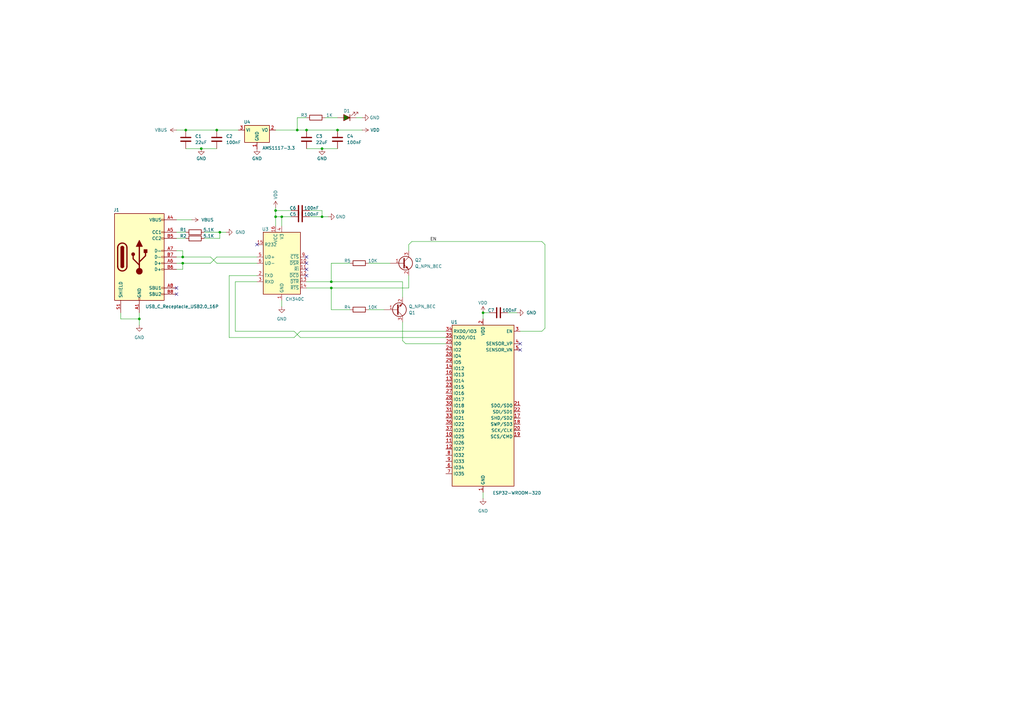
<source format=kicad_sch>
(kicad_sch (version 20231120) (generator "eeschema") (generator_version "8.0")
  (paper "A3")
  (lib_symbols
    (symbol "Connector:USB_C_Receptacle_USB2.0_16P" (pin_names (offset 1.016))
      (property "Reference" "J" (at 0 22.225 0))
      (property "Value" "USB_C_Receptacle_USB2.0_16P" (at 0 19.685 0))
      (symbol "USB_C_Receptacle_USB2.0_16P_0_0"
        (rectangle (start -0.254 -17.78) (end 0.254 -16.764))
        (rectangle (start 10.16 -14.986) (end 9.144 -15.494))
        (rectangle (start 10.16 -12.446) (end 9.144 -12.954))
        (rectangle (start 10.16 -4.826) (end 9.144 -5.334))
        (rectangle (start 10.16 -2.286) (end 9.144 -2.794))
        (rectangle (start 10.16 0.254) (end 9.144 -0.254))
        (rectangle (start 10.16 2.794) (end 9.144 2.286))
        (rectangle (start 10.16 7.874) (end 9.144 7.366))
        (rectangle (start 10.16 10.414) (end 9.144 9.906))
        (rectangle (start 10.16 15.494) (end 9.144 14.986))
      )
      (symbol "USB_C_Receptacle_USB2.0_16P_0_1"
        (rectangle (start -10.16 17.78) (end 10.16 -17.78) (stroke (width 0.254)) (fill (type background)))
        (arc (start -8.89 -3.81) (mid -6.985 -5.7067) (end -5.08 -3.81) (stroke (width 0.508)))
        (arc (start -7.62 -3.81) (mid -6.985 -4.4423) (end -6.35 -3.81) (stroke (width 0.254)))
        (arc (start -7.62 -3.81) (mid -6.985 -4.4423) (end -6.35 -3.81) (stroke (width 0.254)) (fill (type outline)))
        (rectangle (start -7.62 -3.81) (end -6.35 3.81) (stroke (width 0.254)) (fill (type outline)))
        (arc (start -6.35 3.81) (mid -6.985 4.4423) (end -7.62 3.81) (stroke (width 0.254)))
        (arc (start -6.35 3.81) (mid -6.985 4.4423) (end -7.62 3.81) (stroke (width 0.254)) (fill (type outline)))
        (arc (start -5.08 3.81) (mid -6.985 5.7067) (end -8.89 3.81) (stroke (width 0.508)))
        (circle (center -2.54 1.143) (radius 0.635) (stroke (width 0.254)) (fill (type outline)))
        (circle (center 0 -5.842) (radius 1.27) (fill (type outline)))
        (polyline (pts (xy -8.89 -3.81) (xy -8.89 3.81)) (stroke (width 0.508)))
        (polyline (pts (xy -5.08 3.81) (xy -5.08 -3.81)) (stroke (width 0.508)))
        (polyline (pts (xy 0 -5.842) (xy 0 4.318)) (stroke (width 0.508)))
        (polyline (pts (xy 0 -3.302) (xy -2.54 -0.762) (xy -2.54 0.508)) (stroke (width 0.508)))
        (polyline (pts (xy 0 -2.032) (xy 2.54 0.508) (xy 2.54 1.778)) (stroke (width 0.508)))
        (polyline (pts (xy -1.27 4.318) (xy 0 6.858) (xy 1.27 4.318) (xy -1.27 4.318)) (stroke (width 0.254)) (fill (type outline)))
        (rectangle (start 1.905 1.778) (end 3.175 3.048) (stroke (width 0.254)) (fill (type outline)))
      )
      (symbol "USB_C_Receptacle_USB2.0_16P_1_1"
        (pin passive line (at 0 -22.86 90) (length 5.08) (name "GND") (number "A1"))
        (pin passive line (at 0 -22.86 90) (length 5.08) hide (name "GND") (number "A12"))
        (pin passive line (at 15.24 15.24 180) (length 5.08) (name "VBUS") (number "A4"))
        (pin bidirectional line (at 15.24 10.16 180) (length 5.08) (name "CC1") (number "A5"))
        (pin bidirectional line (at 15.24 -2.54 180) (length 5.08) (name "D+") (number "A6"))
        (pin bidirectional line (at 15.24 2.54 180) (length 5.08) (name "D-") (number "A7"))
        (pin bidirectional line (at 15.24 -12.7 180) (length 5.08) (name "SBU1") (number "A8"))
        (pin passive line (at 15.24 15.24 180) (length 5.08) hide (name "VBUS") (number "A9"))
        (pin passive line (at 0 -22.86 90) (length 5.08) hide (name "GND") (number "B1"))
        (pin passive line (at 0 -22.86 90) (length 5.08) hide (name "GND") (number "B12"))
        (pin passive line (at 15.24 15.24 180) (length 5.08) hide (name "VBUS") (number "B4"))
        (pin bidirectional line (at 15.24 7.62 180) (length 5.08) (name "CC2") (number "B5"))
        (pin bidirectional line (at 15.24 -5.08 180) (length 5.08) (name "D+") (number "B6"))
        (pin bidirectional line (at 15.24 0 180) (length 5.08) (name "D-") (number "B7"))
        (pin bidirectional line (at 15.24 -15.24 180) (length 5.08) (name "SBU2") (number "B8"))
        (pin passive line (at 15.24 15.24 180) (length 5.08) hide (name "VBUS") (number "B9"))
        (pin passive line (at -7.62 -22.86 90) (length 5.08) (name "SHIELD") (number "S1"))
      )
    )
    (symbol "Device:C" (pin_numbers hide) (pin_names (offset 0.254))
      (property "Reference" "C" (at 0.635 2.54 0))
      (property "Value" "C" (at 0.635 -2.54 0))
      (symbol "C_0_1"
        (polyline (pts (xy -2.032 -0.762) (xy 2.032 -0.762)) (stroke (width 0.508)))
        (polyline (pts (xy -2.032 0.762) (xy 2.032 0.762)) (stroke (width 0.508)))
      )
      (symbol "C_1_1"
        (pin passive line (at 0 3.81 270) (length 2.794) (name "~") (number "1"))
        (pin passive line (at 0 -3.81 90) (length 2.794) (name "~") (number "2"))
      )
    )
    (symbol "Device:LED" (pin_numbers hide) (pin_names (offset 1.016) hide)
      (property "Reference" "D1" (at -1.5875 6.35 0))
      (property "Value" "LED" (at -1.5875 3.81 0))
      (symbol "LED_0_1"
        (polyline (pts (xy -1.27 -1.27) (xy -1.27 1.27)) (stroke (width 0.254)))
        (polyline (pts (xy -1.27 0) (xy 1.27 0)))
        (polyline (pts (xy -3.048 -0.762) (xy -4.572 -2.286) (xy -3.81 -2.286) (xy -4.572 -2.286) (xy -4.572 -1.524)))
        (polyline (pts (xy -1.778 -0.762) (xy -3.302 -2.286) (xy -2.54 -2.286) (xy -3.302 -2.286) (xy -3.302 -1.524)))
      )
      (symbol "LED_1_1"
        (polyline (pts (xy 1.27 -1.27) (xy 1.27 1.27) (xy -1.27 0) (xy 1.27 -1.27)) (stroke (width 0.254)) (fill (type color) (color 0 132 0 1)))
        (pin passive line (at -3.81 0 0) (length 2.54) (name "K") (number "1"))
        (pin passive line (at 3.81 0 180) (length 2.54) (name "A") (number "2"))
      )
    )
    (symbol "Device:Q_NPN_BEC" (pin_names (offset 0) hide)
      (property "Reference" "Q" (at 5.08 1.27 0))
      (property "Value" "Q_NPN_BEC" (at 5.08 -1.27 0))
      (symbol "Q_NPN_BEC_0_1"
        (polyline (pts (xy 0.635 0.635) (xy 2.54 2.54)))
        (polyline (pts (xy 0.635 -0.635) (xy 2.54 -2.54) (xy 2.54 -2.54)))
        (polyline (pts (xy 0.635 1.905) (xy 0.635 -1.905) (xy 0.635 -1.905)) (stroke (width 0.508)))
        (polyline (pts (xy 1.27 -1.778) (xy 1.778 -1.27) (xy 2.286 -2.286) (xy 1.27 -1.778) (xy 1.27 -1.778)) (fill (type outline)))
        (circle (center 1.27 0) (radius 2.8194) (stroke (width 0.254)))
      )
      (symbol "Q_NPN_BEC_1_1"
        (pin input line (at -5.08 0 0) (length 5.715) (name "B") (number "1"))
        (pin passive line (at 2.54 -5.08 90) (length 2.54) (name "E") (number "2"))
        (pin passive line (at 2.54 5.08 270) (length 2.54) (name "C") (number "3"))
      )
    )
    (symbol "Device:R" (pin_numbers hide) (pin_names (offset 0))
      (property "Reference" "R" (at 2.032 0 90))
      (property "Value" "R" (at 0 0 90))
      (symbol "R_0_1"
        (rectangle (start -1.016 -2.54) (end 1.016 2.54) (stroke (width 0.254)))
      )
      (symbol "R_1_1"
        (pin passive line (at 0 3.81 270) (length 1.27) (name "~") (number "1"))
        (pin passive line (at 0 -3.81 90) (length 1.27) (name "~") (number "2"))
      )
    )
    (symbol "Interface_USB:CH340C"
      (property "Reference" "U3" (at -8.128 13.97 0))
      (property "Value" "CH340C" (at 1.524 -14.732 0))
      (symbol "CH340C_0_1"
        (rectangle (start -7.62 12.7) (end 7.62 -12.7) (stroke (width 0.254)) (fill (type background)))
      )
      (symbol "CH340C_1_1"
        (pin power_in line (at 0 -15.24 90) (length 2.54) (name "GND") (number "1"))
        (pin input line (at 10.16 0 180) (length 2.54) (name "~{DSR}") (number "10"))
        (pin input line (at 10.16 -2.54 180) (length 2.54) (name "~{RI}") (number "11"))
        (pin input line (at 10.16 -5.08 180) (length 2.54) (name "~{DCD}") (number "12"))
        (pin output line (at 10.16 -7.62 180) (length 2.54) (name "~{DTR}") (number "13"))
        (pin output line (at 10.16 -10.16 180) (length 2.54) (name "~{RTS}") (number "14"))
        (pin input line (at -10.16 7.62 0) (length 2.54) (name "R232") (number "15"))
        (pin power_in line (at -2.54 15.24 270) (length 2.54) (name "VCC") (number "16"))
        (pin output line (at -10.16 -5.08 0) (length 2.54) (name "TXD") (number "2"))
        (pin input line (at -10.16 -7.62 0) (length 2.54) (name "RXD") (number "3"))
        (pin power_out line (at 0 15.24 270) (length 2.54) (name "V3") (number "4"))
        (pin bidirectional line (at -10.16 2.54 0) (length 2.54) (name "UD+") (number "5"))
        (pin bidirectional line (at -10.16 0 0) (length 2.54) (name "UD-") (number "6"))
        (pin no_connect line (at -7.62 -5.08 0) (length 2.54) hide (name "NC") (number "7"))
        (pin no_connect line (at -7.62 -7.62 0) (length 2.54) hide (name "NC") (number "8"))
        (pin input line (at 10.16 2.54 180) (length 2.54) (name "~{CTS}") (number "9"))
      )
    )
    (symbol "RF_Module:ESP32-WROOM-32D"
      (property "Reference" "U1" (at 10.414 34.29 0))
      (property "Value" "ESP32-WROOM-32D" (at -23.876 -35.814 0))
      (symbol "ESP32-WROOM-32D_0_1"
        (rectangle (start -12.7 33.02) (end 12.7 -33.02) (stroke (width 0.254)) (fill (type background)))
      )
      (symbol "ESP32-WROOM-32D_1_1"
        (pin power_in line (at 0 -35.56 90) (length 2.54) (name "GND") (number "1"))
        (pin bidirectional line (at 15.24 -12.7 180) (length 2.54) (name "IO25") (number "10"))
        (pin bidirectional line (at 15.24 -15.24 180) (length 2.54) (name "IO26") (number "11"))
        (pin bidirectional line (at 15.24 -17.78 180) (length 2.54) (name "IO27") (number "12"))
        (pin bidirectional line (at 15.24 10.16 180) (length 2.54) (name "IO14") (number "13"))
        (pin bidirectional line (at 15.24 15.24 180) (length 2.54) (name "IO12") (number "14"))
        (pin passive line (at 0 -35.56 90) (length 2.54) hide (name "GND") (number "15"))
        (pin bidirectional line (at 15.24 12.7 180) (length 2.54) (name "IO13") (number "16"))
        (pin bidirectional line (at -15.24 -5.08 0) (length 2.54) (name "SHD/SD2") (number "17"))
        (pin bidirectional line (at -15.24 -7.62 0) (length 2.54) (name "SWP/SD3") (number "18"))
        (pin bidirectional line (at -15.24 -12.7 0) (length 2.54) (name "SCS/CMD") (number "19"))
        (pin power_in line (at 0 35.56 270) (length 2.54) (name "VDD") (number "2"))
        (pin bidirectional line (at -15.24 -10.16 0) (length 2.54) (name "SCK/CLK") (number "20"))
        (pin bidirectional line (at -15.24 0 0) (length 2.54) (name "SDO/SD0") (number "21"))
        (pin bidirectional line (at -15.24 -2.54 0) (length 2.54) (name "SDI/SD1") (number "22"))
        (pin bidirectional line (at 15.24 7.62 180) (length 2.54) (name "IO15") (number "23"))
        (pin bidirectional line (at 15.24 22.86 180) (length 2.54) (name "IO2") (number "24"))
        (pin bidirectional line (at 15.24 25.4 180) (length 2.54) (name "IO0") (number "25"))
        (pin bidirectional line (at 15.24 20.32 180) (length 2.54) (name "IO4") (number "26"))
        (pin bidirectional line (at 15.24 5.08 180) (length 2.54) (name "IO16") (number "27"))
        (pin bidirectional line (at 15.24 2.54 180) (length 2.54) (name "IO17") (number "28"))
        (pin bidirectional line (at 15.24 17.78 180) (length 2.54) (name "IO5") (number "29"))
        (pin input line (at -15.24 30.48 0) (length 2.54) (name "EN") (number "3"))
        (pin bidirectional line (at 15.24 0 180) (length 2.54) (name "IO18") (number "30"))
        (pin bidirectional line (at 15.24 -2.54 180) (length 2.54) (name "IO19") (number "31"))
        (pin no_connect line (at -12.7 -27.94 0) (length 2.54) hide (name "NC") (number "32"))
        (pin bidirectional line (at 15.24 -5.08 180) (length 2.54) (name "IO21") (number "33"))
        (pin bidirectional line (at 15.24 30.48 180) (length 2.54) (name "RXD0/IO3") (number "34"))
        (pin bidirectional line (at 15.24 27.94 180) (length 2.54) (name "TXD0/IO1") (number "35"))
        (pin bidirectional line (at 15.24 -7.62 180) (length 2.54) (name "IO22") (number "36"))
        (pin bidirectional line (at 15.24 -10.16 180) (length 2.54) (name "IO23") (number "37"))
        (pin passive line (at 0 -35.56 90) (length 2.54) hide (name "GND") (number "38"))
        (pin passive line (at 0 -35.56 90) (length 2.54) hide (name "GND") (number "39"))
        (pin input line (at -15.24 25.4 0) (length 2.54) (name "SENSOR_VP") (number "4"))
        (pin input line (at -15.24 22.86 0) (length 2.54) (name "SENSOR_VN") (number "5"))
        (pin input line (at 15.24 -25.4 180) (length 2.54) (name "IO34") (number "6"))
        (pin input line (at 15.24 -27.94 180) (length 2.54) (name "IO35") (number "7"))
        (pin bidirectional line (at 15.24 -20.32 180) (length 2.54) (name "IO32") (number "8"))
        (pin bidirectional line (at 15.24 -22.86 180) (length 2.54) (name "IO33") (number "9"))
      )
    )
    (symbol "Regulator_Linear:AMS1117-3.3"
      (property "Reference" "U" (at -3.81 3.175 0))
      (property "Value" "AMS1117-3.3" (at 0 3.175 0))
      (symbol "AMS1117-3.3_0_1"
        (rectangle (start -5.08 -5.08) (end 5.08 1.905) (stroke (width 0.254)) (fill (type background)))
      )
      (symbol "AMS1117-3.3_1_1"
        (pin power_in line (at 0 -7.62 90) (length 2.54) (name "GND") (number "1"))
        (pin power_out line (at 7.62 0 180) (length 2.54) (name "VO") (number "2"))
        (pin power_in line (at -7.62 0 0) (length 2.54) (name "VI") (number "3"))
      )
    )
    (symbol "power:GND" (power) (pin_numbers hide) (pin_names (offset 0) hide)
      (property "Value" "GND" (at 0 -3.81 0))
      (symbol "GND_0_1"
        (polyline (pts (xy 0 0) (xy 0 -1.27) (xy 1.27 -1.27) (xy 0 -2.54) (xy -1.27 -1.27) (xy 0 -1.27)))
      )
      (symbol "GND_1_1"
        (pin power_in line (at 0 0 270) (length 0) (name "~") (number "1"))
      )
    )
    (symbol "power:VBUS" (power) (pin_numbers hide) (pin_names (offset 0) hide)
      (property "Value" "VBUS" (at 0 3.556 0))
      (symbol "VBUS_0_1"
        (polyline (pts (xy -0.762 1.27) (xy 0 2.54)))
        (polyline (pts (xy 0 0) (xy 0 2.54)))
        (polyline (pts (xy 0 2.54) (xy 0.762 1.27)))
      )
      (symbol "VBUS_1_1"
        (pin power_in line (at 0 0 90) (length 0) (name "~") (number "1"))
      )
    )
    (symbol "power:VDD" (power) (pin_numbers hide) (pin_names (offset 0) hide)
      (property "Value" "VDD" (at 0 3.556 0))
      (symbol "VDD_0_1"
        (polyline (pts (xy -0.762 1.27) (xy 0 2.54)))
        (polyline (pts (xy 0 0) (xy 0 2.54)))
        (polyline (pts (xy 0 2.54) (xy 0.762 1.27)))
      )
      (symbol "VDD_1_1"
        (pin power_in line (at 0 0 90) (length 0) (name "~") (number "1"))
      )
    )
  )
  (junction (at 115.57 88.9))
  (junction (at 74.93 107.95))
  (junction (at 88.9 53.34))
  (junction (at 135.89 118.11))
  (junction (at 74.93 105.41))
  (junction (at 57.15 130.81))
  (junction (at 121.92 53.34))
  (junction (at 138.43 53.34))
  (junction (at 90.17 95.25))
  (junction (at 135.89 115.57))
  (junction (at 125.73 53.34))
  (junction (at 132.08 88.9))
  (junction (at 198.12 128.27))
  (junction (at 132.08 60.96))
  (junction (at 76.2 53.34))
  (junction (at 82.55 60.96))
  (junction (at 113.03 86.36))
  (junction (at 113.03 88.9))
  (no_connect (at 72.39 120.65))
  (no_connect (at 105.41 100.33))
  (no_connect (at 125.73 105.41))
  (no_connect (at 213.36 140.97))
  (no_connect (at 72.39 118.11))
  (no_connect (at 125.73 107.95))
  (no_connect (at 125.73 113.03))
  (no_connect (at 125.73 110.49))
  (no_connect (at 213.36 143.51))
  (wire (pts (xy 74.93 102.87) (xy 74.93 105.41)))
  (wire (pts (xy 135.89 127) (xy 135.89 118.11)))
  (wire (pts (xy 165.1 115.57) (xy 165.1 121.92)))
  (wire (pts (xy 167.64 100.33) (xy 168.91 99.06)))
  (wire (pts (xy 76.2 95.25) (xy 72.39 95.25)))
  (wire (pts (xy 198.12 204.47) (xy 198.12 201.93)))
  (wire (pts (xy 113.03 85.09) (xy 113.03 86.36)))
  (wire (pts (xy 78.74 90.17) (xy 72.39 90.17)))
  (wire (pts (xy 83.82 97.79) (xy 90.17 97.79)))
  (wire (pts (xy 93.98 113.03) (xy 93.98 138.43)))
  (wire (pts (xy 96.52 115.57) (xy 105.41 115.57)))
  (wire (pts (xy 121.92 48.26) (xy 125.73 48.26)))
  (wire (pts (xy 198.12 128.27) (xy 200.66 128.27)))
  (wire (pts (xy 88.9 107.95) (xy 105.41 107.95)))
  (wire (pts (xy 113.03 86.36) (xy 113.03 88.9)))
  (wire (pts (xy 86.36 105.41) (xy 88.9 107.95)))
  (wire (pts (xy 74.93 107.95) (xy 74.93 110.49)))
  (wire (pts (xy 93.98 113.03) (xy 105.41 113.03)))
  (wire (pts (xy 223.52 100.33) (xy 223.52 134.62)))
  (wire (pts (xy 49.53 130.81) (xy 57.15 130.81)))
  (wire (pts (xy 72.39 107.95) (xy 74.93 107.95)))
  (wire (pts (xy 90.17 95.25) (xy 92.71 95.25)))
  (wire (pts (xy 167.64 113.03) (xy 167.64 118.11)))
  (wire (pts (xy 167.64 102.87) (xy 167.64 100.33)))
  (wire (pts (xy 135.89 107.95) (xy 143.51 107.95)))
  (wire (pts (xy 135.89 107.95) (xy 135.89 115.57)))
  (wire (pts (xy 74.93 105.41) (xy 86.36 105.41)))
  (wire (pts (xy 93.98 138.43) (xy 120.65 138.43)))
  (wire (pts (xy 123.19 138.43) (xy 120.65 135.89)))
  (wire (pts (xy 57.15 128.27) (xy 57.15 130.81)))
  (wire (pts (xy 82.55 60.96) (xy 76.2 60.96)))
  (wire (pts (xy 198.12 128.27) (xy 198.12 130.81)))
  (wire (pts (xy 165.1 132.08) (xy 165.1 139.7)))
  (wire (pts (xy 83.82 95.25) (xy 90.17 95.25)))
  (wire (pts (xy 135.89 127) (xy 143.51 127)))
  (wire (pts (xy 115.57 125.73) (xy 115.57 123.19)))
  (wire (pts (xy 74.93 107.95) (xy 86.36 107.95)))
  (wire (pts (xy 72.39 53.34) (xy 76.2 53.34)))
  (wire (pts (xy 88.9 105.41) (xy 86.36 107.95)))
  (wire (pts (xy 105.41 105.41) (xy 88.9 105.41)))
  (wire (pts (xy 121.92 53.34) (xy 125.73 53.34)))
  (wire (pts (xy 96.52 135.89) (xy 120.65 135.89)))
  (wire (pts (xy 168.91 99.06) (xy 222.25 99.06)))
  (wire (pts (xy 49.53 128.27) (xy 49.53 130.81)))
  (wire (pts (xy 96.52 115.57) (xy 96.52 135.89)))
  (wire (pts (xy 72.39 97.79) (xy 76.2 97.79)))
  (wire (pts (xy 123.19 138.43) (xy 182.88 138.43)))
  (wire (pts (xy 132.08 60.96) (xy 138.43 60.96)))
  (wire (pts (xy 135.89 118.11) (xy 125.73 118.11)))
  (wire (pts (xy 115.57 88.9) (xy 119.38 88.9)))
  (wire (pts (xy 113.03 53.34) (xy 121.92 53.34)))
  (wire (pts (xy 212.09 128.27) (xy 208.28 128.27)))
  (wire (pts (xy 72.39 102.87) (xy 74.93 102.87)))
  (wire (pts (xy 123.19 135.89) (xy 182.88 135.89)))
  (wire (pts (xy 90.17 97.79) (xy 90.17 95.25)))
  (wire (pts (xy 166.37 140.97) (xy 165.1 139.7)))
  (wire (pts (xy 222.25 99.06) (xy 223.52 100.33)))
  (wire (pts (xy 72.39 105.41) (xy 74.93 105.41)))
  (wire (pts (xy 222.25 135.89) (xy 213.36 135.89)))
  (wire (pts (xy 82.55 60.96) (xy 88.9 60.96)))
  (wire (pts (xy 127 86.36) (xy 132.08 86.36)))
  (wire (pts (xy 72.39 110.49) (xy 74.93 110.49)))
  (wire (pts (xy 121.92 48.26) (xy 121.92 53.34)))
  (wire (pts (xy 97.79 53.34) (xy 88.9 53.34)))
  (wire (pts (xy 135.89 115.57) (xy 125.73 115.57)))
  (wire (pts (xy 132.08 86.36) (xy 132.08 88.9)))
  (wire (pts (xy 133.35 48.26) (xy 138.43 48.26)))
  (wire (pts (xy 132.08 88.9) (xy 134.62 88.9)))
  (wire (pts (xy 76.2 53.34) (xy 88.9 53.34)))
  (wire (pts (xy 138.43 53.34) (xy 148.59 53.34)))
  (wire (pts (xy 113.03 88.9) (xy 113.03 92.71)))
  (wire (pts (xy 127 88.9) (xy 132.08 88.9)))
  (wire (pts (xy 113.03 88.9) (xy 115.57 88.9)))
  (wire (pts (xy 135.89 115.57) (xy 165.1 115.57)))
  (wire (pts (xy 113.03 86.36) (xy 119.38 86.36)))
  (wire (pts (xy 123.19 135.89) (xy 120.65 138.43)))
  (wire (pts (xy 182.88 140.97) (xy 166.37 140.97)))
  (wire (pts (xy 125.73 60.96) (xy 132.08 60.96)))
  (wire (pts (xy 115.57 88.9) (xy 115.57 92.71)))
  (wire (pts (xy 151.13 127) (xy 157.48 127)))
  (wire (pts (xy 57.15 130.81) (xy 57.15 133.35)))
  (wire (pts (xy 151.13 107.95) (xy 160.02 107.95)))
  (wire (pts (xy 223.52 134.62) (xy 222.25 135.89)))
  (wire (pts (xy 135.89 118.11) (xy 167.64 118.11)))
  (wire (pts (xy 148.59 48.26) (xy 146.05 48.26)))
  (wire (pts (xy 125.73 53.34) (xy 138.43 53.34)))
  (label "EN" (at 179.07 99.06 180))
  (symbol (lib_id "power:GND") (at 132.08 60.96 0) (unit 1)
    (property "Reference" "#PWR011" (effects (hide yes)))
    (property "Value" "GND" (at 132.08 65.024 0))
    (property "Description" "Power symbol creates a global label with name \"GND\" , ground" (effects (hide yes)))
  )
  (symbol (lib_id "power:GND") (at 148.59 48.26 90) (unit 1)
    (property "Reference" "#PWR013" (effects (hide yes)))
    (property "Value" "GND" (at 153.67 48.26 90))
    (property "Description" "Power symbol creates a global label with name \"GND\" , ground" (effects (hide yes)))
  )
  (symbol (lib_id "power:GND") (at 115.57 125.73 0) (unit 1)
    (property "Reference" "#PWR07" (effects (hide yes)))
    (property "Value" "GND" (at 115.57 130.81 0))
    (property "Description" "Power symbol creates a global label with name \"GND\" , ground" (effects (hide yes)))
  )
  (symbol (lib_id "RF_Module:ESP32-WROOM-32D") (at 198.12 166.37 0) (mirror y) (unit 1)
    (property "Reference" "U1" (at 187.706 132.08 0) (effects (justify left)))
    (property "Value" "ESP32-WROOM-32D" (at 221.996 202.184 0) (effects (justify left)))
    (property "Footprint" "RF_Module:ESP32-WROOM-32D" (effects (hide yes)))
    (property "Datasheet" "https://www.espressif.com/sites/default/files/documentation/esp32-wroom-32d_esp32-wroom-32u_datasheet_en.pdf" (effects (hide yes)))
    (property "Description" "RF Module, ESP32-D0WD SoC, Wi-Fi 802.11b/g/n, Bluetooth, BLE, 32-bit, 2.7-3.6V, onboard antenna, SMD" (effects (hide yes)))
  )
  (symbol (lib_id "Device:C") (at 125.73 57.15 0) (unit 1)
    (property "Reference" "C3" (at 129.54 55.8799 0) (effects (justify left)))
    (property "Value" "22uF" (at 129.54 58.4199 0) (effects (justify left)))
    (property "Description" "Unpolarized capacitor" (effects (hide yes)))
  )
  (symbol (lib_id "Device:C") (at 88.9 57.15 0) (unit 1)
    (property "Reference" "C2" (at 92.71 55.8799 0) (effects (justify left)))
    (property "Value" "100nF" (at 92.71 58.4199 0) (effects (justify left)))
    (property "Description" "Unpolarized capacitor" (effects (hide yes)))
  )
  (symbol (lib_id "Regulator_Linear:AMS1117-3.3") (at 105.41 53.34 0) (unit 1)
    (property "Reference" "U4" (at 101.346 50.038 0))
    (property "Value" "AMS1117-3.3" (at 114.3 60.706 0))
    (property "Footprint" "Package_TO_SOT_SMD:SOT-223-3_TabPin2" (effects (hide yes)))
    (property "Datasheet" "http://www.advanced-monolithic.com/pdf/ds1117.pdf" (effects (hide yes)))
    (property "Description" "1A Low Dropout regulator, positive, 3.3V fixed output, SOT-223" (effects (hide yes)))
  )
  (symbol (lib_id "Device:C") (at 76.2 57.15 0) (unit 1)
    (property "Reference" "C1" (at 80.01 55.8799 0) (effects (justify left)))
    (property "Value" "22uF" (at 80.01 58.4199 0) (effects (justify left)))
    (property "Description" "Unpolarized capacitor" (effects (hide yes)))
  )
  (symbol (lib_id "power:GND") (at 57.15 133.35 0) (unit 1)
    (property "Reference" "#PWR06" (effects (hide yes)))
    (property "Value" "GND" (at 57.15 138.43 0))
    (property "Description" "Power symbol creates a global label with name \"GND\" , ground" (effects (hide yes)))
  )
  (symbol (lib_id "Device:R") (at 147.32 127 90) (unit 1)
    (property "Reference" "R4" (at 142.494 125.984 90))
    (property "Value" "10K" (at 152.908 125.984 90))
    (property "Description" "Resistor" (effects (hide yes)))
  )
  (symbol (lib_id "power:VDD") (at 148.59 53.34 270) (unit 1)
    (property "Reference" "#PWR012" (effects (hide yes)))
    (property "Value" "VDD" (at 151.892 53.34 90) (effects (justify left)))
    (property "Description" "Power symbol creates a global label with name \"VDD\"" (effects (hide yes)))
  )
  (symbol (lib_id "power:GND") (at 212.09 128.27 90) (unit 1)
    (property "Reference" "#PWR03" (effects (hide yes)))
    (property "Value" "GND" (at 215.9 128.2699 90) (effects (justify right)))
    (property "Description" "Power symbol creates a global label with name \"GND\" , ground" (effects (hide yes)))
  )
  (symbol (lib_id "power:GND") (at 82.55 60.96 0) (unit 1)
    (property "Reference" "#PWR09" (effects (hide yes)))
    (property "Value" "GND" (at 82.55 65.024 0))
    (property "Description" "Power symbol creates a global label with name \"GND\" , ground" (effects (hide yes)))
  )
  (symbol (lib_id "Device:C") (at 204.47 128.27 90) (unit 1)
    (property "Reference" "C7" (at 201.422 127.254 90))
    (property "Value" "100nF" (at 209.042 127.254 90))
    (property "Description" "Unpolarized capacitor" (effects (hide yes)))
  )
  (symbol (lib_id "power:VDD") (at 113.03 85.09 0) (unit 1)
    (property "Reference" "#PWR014" (effects (hide yes)))
    (property "Value" "VDD" (at 113.03 81.788 90) (effects (justify left)))
    (property "Description" "Power symbol creates a global label with name \"VDD\"" (effects (hide yes)))
  )
  (symbol (lib_id "Connector:USB_C_Receptacle_USB2.0_16P") (at 57.15 105.41 0) (unit 1)
    (property "Reference" "J1" (at 47.752 86.106 0))
    (property "Value" "USB_C_Receptacle_USB2.0_16P" (at 74.676 125.73 0))
    (property "Datasheet" "https://www.usb.org/sites/default/files/documents/usb_type-c.zip" (effects (hide yes)))
    (property "Description" "USB 2.0-only 16P Type-C Receptacle connector" (effects (hide yes)))
  )
  (symbol (lib_id "power:VBUS") (at 78.74 90.17 270) (unit 1)
    (property "Reference" "#PWR04" (effects (hide yes)))
    (property "Value" "VBUS" (at 82.55 90.1699 90) (effects (justify left)))
    (property "Description" "Power symbol creates a global label with name \"VBUS\"" (effects (hide yes)))
  )
  (symbol (lib_id "Device:LED") (at 142.24 48.26 180) (unit 1)
    (property "Reference" "D1" (at 142.24 45.466 0))
    (property "Value" "LED" (effects (hide yes)))
    (property "Description" "Light emitting diode" (effects (hide yes)))
  )
  (symbol (lib_id "power:GND") (at 92.71 95.25 90) (unit 1)
    (property "Reference" "#PWR05" (effects (hide yes)))
    (property "Value" "GND" (at 96.52 95.2499 90) (effects (justify right)))
    (property "Description" "Power symbol creates a global label with name \"GND\" , ground" (effects (hide yes)))
  )
  (symbol (lib_id "power:VBUS") (at 72.39 53.34 90) (unit 1)
    (property "Reference" "#PWR08" (effects (hide yes)))
    (property "Value" "VBUS" (at 68.58 53.3399 90) (effects (justify left)))
    (property "Description" "Power symbol creates a global label with name \"VBUS\"" (effects (hide yes)))
  )
  (symbol (lib_id "Device:C") (at 138.43 57.15 0) (unit 1)
    (property "Reference" "C4" (at 142.24 55.8799 0) (effects (justify left)))
    (property "Value" "100nF" (at 142.24 58.4199 0) (effects (justify left)))
    (property "Description" "Unpolarized capacitor" (effects (hide yes)))
  )
  (symbol (lib_id "Device:R") (at 129.54 48.26 90) (unit 1)
    (property "Reference" "R3" (at 124.714 47.244 90))
    (property "Value" "1K" (at 135.128 47.244 90))
    (property "Description" "Resistor" (effects (hide yes)))
  )
  (symbol (lib_id "Device:R") (at 80.01 95.25 90) (unit 1)
    (property "Reference" "R1" (at 75.184 94.234 90))
    (property "Value" "5.1K" (at 85.598 94.234 90))
    (property "Description" "Resistor" (effects (hide yes)))
  )
  (symbol (lib_id "Device:Q_NPN_BEC") (at 162.56 127 0) (mirror x) (unit 1)
    (property "Reference" "Q1" (at 167.64 128.2701 0) (effects (justify left)))
    (property "Value" "Q_NPN_BEC" (at 167.64 125.7301 0) (effects (justify left)))
    (property "Description" "NPN transistor, base/emitter/collector" (effects (hide yes)))
  )
  (symbol (lib_id "Device:C") (at 123.19 88.9 90) (unit 1)
    (property "Reference" "C5" (at 120.142 87.884 90))
    (property "Value" "100nF" (at 127.762 87.884 90))
    (property "Description" "Unpolarized capacitor" (effects (hide yes)))
  )
  (symbol (lib_id "Device:R") (at 80.01 97.79 90) (unit 1)
    (property "Reference" "R2" (at 75.184 96.774 90))
    (property "Value" "5.1K" (at 85.598 96.774 90))
    (property "Description" "Resistor" (effects (hide yes)))
  )
  (symbol (lib_id "power:VDD") (at 198.12 128.27 0) (unit 1)
    (property "Reference" "#PWR02" (effects (hide yes)))
    (property "Value" "VDD" (at 196.088 124.206 0) (effects (justify left)))
    (property "Description" "Power symbol creates a global label with name \"VDD\"" (effects (hide yes)))
  )
  (symbol (lib_id "power:GND") (at 105.41 60.96 0) (unit 1)
    (property "Reference" "#PWR010" (effects (hide yes)))
    (property "Value" "GND" (at 105.41 65.024 0))
    (property "Description" "Power symbol creates a global label with name \"GND\" , ground" (effects (hide yes)))
  )
  (symbol (lib_id "power:GND") (at 134.62 88.9 90) (unit 1)
    (property "Reference" "#PWR015" (effects (hide yes)))
    (property "Value" "GND" (at 139.7 88.9 90))
    (property "Description" "Power symbol creates a global label with name \"GND\" , ground" (effects (hide yes)))
  )
  (symbol (lib_id "Device:C") (at 123.19 86.36 90) (unit 1)
    (property "Reference" "C6" (at 120.142 85.344 90))
    (property "Value" "100nF" (at 127.762 85.344 90))
    (property "Description" "Unpolarized capacitor" (effects (hide yes)))
  )
  (symbol (lib_id "Device:R") (at 147.32 107.95 90) (unit 1)
    (property "Reference" "R5" (at 142.494 106.934 90))
    (property "Value" "10K" (at 152.908 106.934 90))
    (property "Description" "Resistor" (effects (hide yes)))
  )
  (symbol (lib_id "power:GND") (at 198.12 204.47 0) (unit 1)
    (property "Reference" "#PWR01" (effects (hide yes)))
    (property "Value" "GND" (at 198.12 209.55 0))
    (property "Description" "Power symbol creates a global label with name \"GND\" , ground" (effects (hide yes)))
  )
  (symbol (lib_id "Device:Q_NPN_BEC") (at 165.1 107.95 0) (unit 1)
    (property "Reference" "Q2" (at 170.18 106.6799 0) (effects (justify left)))
    (property "Value" "Q_NPN_BEC" (at 170.18 109.2199 0) (effects (justify left)))
    (property "Description" "NPN transistor, base/emitter/collector" (effects (hide yes)))
  )
  (symbol (lib_id "Interface_USB:CH340C") (at 115.57 107.95 0) (unit 1)
    (property "Reference" "U3" (at 107.442 93.98 0) (effects (justify left)))
    (property "Value" "CH340C" (at 117.094 122.682 0) (effects (justify left)))
    (property "Footprint" "Package_SO:SOIC-16_3.9x9.9mm_P1.27mm" (effects (hide yes)))
    (property "Datasheet" "https://datasheet.lcsc.com/szlcsc/Jiangsu-Qin-Heng-CH340C_C84681.pdf" (effects (hide yes)))
    (property "Description" "USB serial converter, crystal-less, UART, SOIC-16" (effects (hide yes)))
  )
)
</source>
